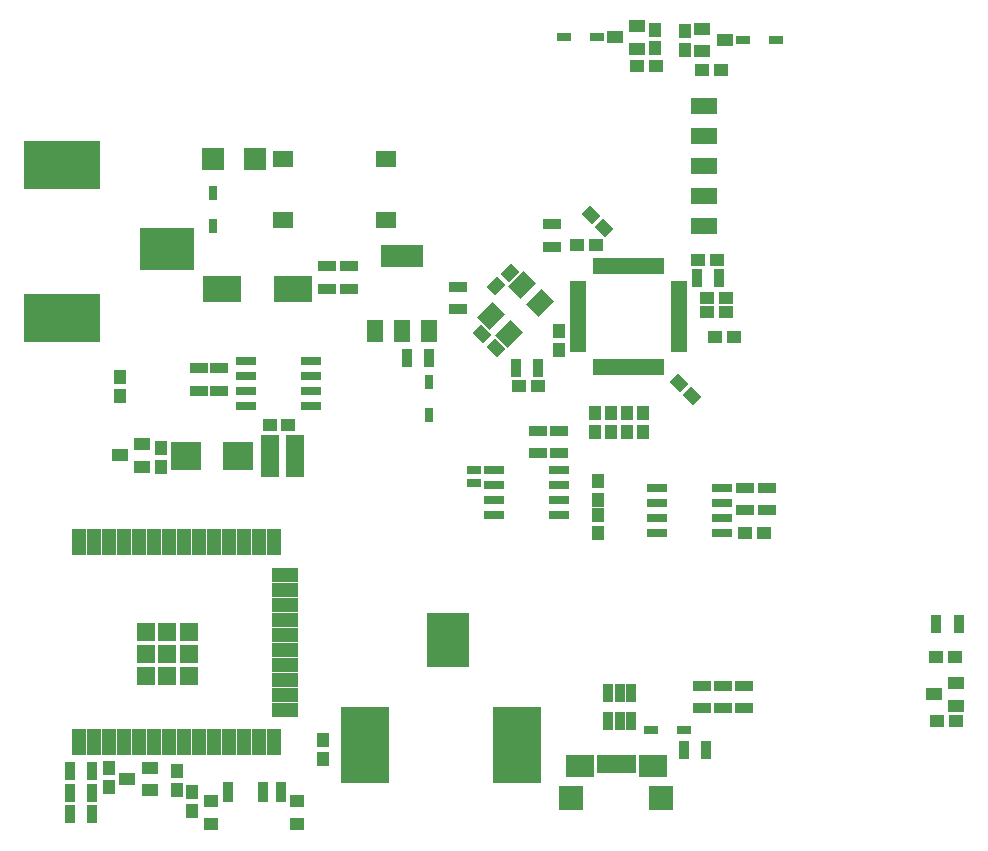
<source format=gtp>
G04*
G04 #@! TF.GenerationSoftware,Altium Limited,Altium Designer,22.10.1 (41)*
G04*
G04 Layer_Color=8421504*
%FSLAX44Y44*%
%MOMM*%
G71*
G04*
G04 #@! TF.SameCoordinates,FF558BA5-466A-4189-8B58-D4AB7027BDE0*
G04*
G04*
G04 #@! TF.FilePolarity,Positive*
G04*
G01*
G75*
%ADD21R,0.9540X1.5540*%
%ADD22R,1.2192X1.0414*%
%ADD23R,1.3540X1.0540*%
G04:AMPARAMS|DCode=24|XSize=1.0414mm|YSize=1.2192mm|CornerRadius=0mm|HoleSize=0mm|Usage=FLASHONLY|Rotation=225.000|XOffset=0mm|YOffset=0mm|HoleType=Round|Shape=Rectangle|*
%AMROTATEDRECTD24*
4,1,4,-0.0629,0.7992,0.7992,-0.0629,0.0629,-0.7992,-0.7992,0.0629,-0.0629,0.7992,0.0*
%
%ADD24ROTATEDRECTD24*%

%ADD25R,0.5540X1.4540*%
%ADD26R,1.4540X0.5540*%
%ADD27R,1.5540X0.9540*%
G04:AMPARAMS|DCode=28|XSize=1.0414mm|YSize=1.2192mm|CornerRadius=0mm|HoleSize=0mm|Usage=FLASHONLY|Rotation=315.000|XOffset=0mm|YOffset=0mm|HoleType=Round|Shape=Rectangle|*
%AMROTATEDRECTD28*
4,1,4,-0.7992,-0.0629,0.0629,0.7992,0.7992,0.0629,-0.0629,-0.7992,-0.7992,-0.0629,0.0*
%
%ADD28ROTATEDRECTD28*%

G04:AMPARAMS|DCode=29|XSize=1.854mm|YSize=1.504mm|CornerRadius=0mm|HoleSize=0mm|Usage=FLASHONLY|Rotation=225.000|XOffset=0mm|YOffset=0mm|HoleType=Round|Shape=Rectangle|*
%AMROTATEDRECTD29*
4,1,4,0.1237,1.1872,1.1872,0.1237,-0.1237,-1.1872,-1.1872,-0.1237,0.1237,1.1872,0.0*
%
%ADD29ROTATEDRECTD29*%

%ADD30R,1.0414X1.2192*%
%ADD31R,1.7540X0.7540*%
%ADD32R,1.2540X0.7540*%
%ADD33R,1.3040X0.8040*%
%ADD34R,0.8540X1.6140*%
%ADD35R,0.6540X1.6040*%
%ADD36R,2.3540X1.8540*%
%ADD37R,2.1540X2.0540*%
%ADD38R,2.2540X1.3540*%
%ADD39R,3.5540X4.6540*%
%ADD40R,4.1540X6.4540*%
%ADD41R,0.8040X1.3040*%
%ADD42R,1.4540X1.8540*%
%ADD43R,3.5540X1.8540*%
%ADD44R,1.8040X1.4540*%
%ADD45R,1.8540X1.8540*%
%ADD46R,3.2540X2.2540*%
%ADD47R,1.5540X3.6540*%
%ADD48R,2.5040X2.3740*%
%ADD49R,0.9540X1.7540*%
%ADD50R,1.2540X1.0540*%
%ADD51R,1.1540X2.2540*%
%ADD52R,2.2540X1.1540*%
%ADD53R,1.5840X1.5840*%
%ADD54R,4.6540X3.5540*%
%ADD55R,6.4540X4.1540*%
D21*
X818388Y180594D02*
D03*
X837388D02*
D03*
X615760Y474027D02*
D03*
X634759D02*
D03*
X481500Y397500D02*
D03*
X462500D02*
D03*
X604931Y74168D02*
D03*
X623931D02*
D03*
X389128Y406146D02*
D03*
X370128D02*
D03*
X104000Y56500D02*
D03*
X85000D02*
D03*
X104000Y37500D02*
D03*
X85000D02*
D03*
X104000Y19500D02*
D03*
X85000D02*
D03*
D22*
X834390Y152654D02*
D03*
X818388D02*
D03*
X835152Y98552D02*
D03*
X819150D02*
D03*
X530500Y501396D02*
D03*
X514498D02*
D03*
X616758Y489027D02*
D03*
X632760D02*
D03*
X640588Y457073D02*
D03*
X624586D02*
D03*
X640588Y444881D02*
D03*
X624586D02*
D03*
X646938Y423500D02*
D03*
X630936D02*
D03*
X481500Y382270D02*
D03*
X465498D02*
D03*
X656498Y258000D02*
D03*
X672500D02*
D03*
X636001Y650000D02*
D03*
X619999D02*
D03*
X581002Y653000D02*
D03*
X565000D02*
D03*
X270001Y349500D02*
D03*
X253999D02*
D03*
D23*
X816356Y121158D02*
D03*
X835256Y130658D02*
D03*
Y111658D02*
D03*
X639450Y675000D02*
D03*
X620550Y684500D02*
D03*
Y665500D02*
D03*
X546100Y677500D02*
D03*
X565000Y668000D02*
D03*
Y687000D02*
D03*
X127550Y323500D02*
D03*
X146450Y314000D02*
D03*
Y333000D02*
D03*
X133550Y49500D02*
D03*
X152450Y40000D02*
D03*
Y59000D02*
D03*
D24*
X537591Y516001D02*
D03*
X526276Y527316D02*
D03*
X600640Y384880D02*
D03*
X611956Y373564D02*
D03*
X445579Y414655D02*
D03*
X434264Y425970D02*
D03*
D25*
X530500Y483500D02*
D03*
X540500D02*
D03*
X545500D02*
D03*
X550500D02*
D03*
X555500D02*
D03*
X560500D02*
D03*
X565500D02*
D03*
X570500D02*
D03*
X575500D02*
D03*
X580500D02*
D03*
X585500D02*
D03*
Y398500D02*
D03*
X575500D02*
D03*
X570500D02*
D03*
X565500D02*
D03*
X560500D02*
D03*
X555500D02*
D03*
X550500D02*
D03*
X545500D02*
D03*
X540500D02*
D03*
X535500D02*
D03*
X530500D02*
D03*
X535500Y483500D02*
D03*
X580500Y398500D02*
D03*
D26*
X600500Y468500D02*
D03*
Y458500D02*
D03*
Y448500D02*
D03*
Y443500D02*
D03*
Y438500D02*
D03*
Y433500D02*
D03*
Y428500D02*
D03*
Y423500D02*
D03*
Y418500D02*
D03*
Y413500D02*
D03*
X515500D02*
D03*
Y418500D02*
D03*
Y423500D02*
D03*
Y428500D02*
D03*
Y438500D02*
D03*
Y443500D02*
D03*
Y448500D02*
D03*
Y453500D02*
D03*
Y458500D02*
D03*
Y463500D02*
D03*
Y468500D02*
D03*
X600500Y453500D02*
D03*
Y463500D02*
D03*
X515500Y433500D02*
D03*
D27*
X493268Y519024D02*
D03*
Y500024D02*
D03*
X413512Y466192D02*
D03*
Y447192D02*
D03*
X499000Y325360D02*
D03*
Y344360D02*
D03*
X481500Y325360D02*
D03*
Y344360D02*
D03*
X657000Y296000D02*
D03*
Y277000D02*
D03*
X675000Y296000D02*
D03*
Y277000D02*
D03*
X655947Y128253D02*
D03*
Y109254D02*
D03*
X637947Y128253D02*
D03*
Y109254D02*
D03*
X620447Y128253D02*
D03*
Y109254D02*
D03*
X303000Y464500D02*
D03*
Y483500D02*
D03*
X321000Y464500D02*
D03*
Y483500D02*
D03*
X193934Y378206D02*
D03*
Y397206D02*
D03*
X211582Y378206D02*
D03*
Y397206D02*
D03*
D28*
X457454Y477965D02*
D03*
X446139Y466649D02*
D03*
D29*
X467615Y467803D02*
D03*
X457009Y426084D02*
D03*
X483172Y452247D02*
D03*
X441452Y441640D02*
D03*
D30*
X570000Y343498D02*
D03*
Y359500D02*
D03*
X556500Y343498D02*
D03*
Y359500D02*
D03*
X543500Y343498D02*
D03*
Y359500D02*
D03*
X529500Y343498D02*
D03*
Y359500D02*
D03*
X499000Y428500D02*
D03*
Y412498D02*
D03*
X532003Y302133D02*
D03*
Y286131D02*
D03*
Y257429D02*
D03*
Y273431D02*
D03*
X606000Y683001D02*
D03*
Y666999D02*
D03*
X580263Y668020D02*
D03*
Y684022D02*
D03*
X127550Y373498D02*
D03*
Y389500D02*
D03*
X161798Y313944D02*
D03*
Y329946D02*
D03*
X299500Y66499D02*
D03*
Y82501D02*
D03*
X188500Y38500D02*
D03*
Y22498D02*
D03*
X175704Y40195D02*
D03*
Y56198D02*
D03*
X118000Y58501D02*
D03*
Y42499D02*
D03*
D31*
X444000Y311550D02*
D03*
Y298850D02*
D03*
Y286150D02*
D03*
X499000Y273450D02*
D03*
Y286150D02*
D03*
Y298850D02*
D03*
Y311550D02*
D03*
X444000Y273450D02*
D03*
X582000Y296050D02*
D03*
Y283350D02*
D03*
Y270650D02*
D03*
X637000Y257950D02*
D03*
Y270650D02*
D03*
Y283350D02*
D03*
Y296050D02*
D03*
X582000Y257950D02*
D03*
X234500Y365450D02*
D03*
Y378150D02*
D03*
Y403550D02*
D03*
X289500D02*
D03*
Y390850D02*
D03*
Y378150D02*
D03*
Y365450D02*
D03*
X234500Y390850D02*
D03*
D32*
X427500Y300000D02*
D03*
Y311000D02*
D03*
D33*
X604931Y91313D02*
D03*
X576931D02*
D03*
X682500Y675000D02*
D03*
X654500D02*
D03*
X503000Y677500D02*
D03*
X531000D02*
D03*
D34*
X559918Y98425D02*
D03*
X550418D02*
D03*
X540918D02*
D03*
Y121925D02*
D03*
X559918D02*
D03*
X550418D02*
D03*
D35*
X560500Y62000D02*
D03*
X554000D02*
D03*
X547500D02*
D03*
X541000D02*
D03*
X534500D02*
D03*
D36*
X516500Y60775D02*
D03*
X578500D02*
D03*
D37*
X509500Y33500D02*
D03*
X585500D02*
D03*
D38*
X621538Y517779D02*
D03*
Y543179D02*
D03*
Y568579D02*
D03*
Y593979D02*
D03*
Y619379D02*
D03*
D39*
X405500Y167500D02*
D03*
D40*
X334500Y78000D02*
D03*
X463500D02*
D03*
D41*
X389128Y385318D02*
D03*
Y357318D02*
D03*
X205994Y517876D02*
D03*
Y545876D02*
D03*
D42*
X343000Y428500D02*
D03*
X389000D02*
D03*
X366000D02*
D03*
D43*
Y492500D02*
D03*
D44*
X265000Y574550D02*
D03*
X353000D02*
D03*
Y522450D02*
D03*
X265000D02*
D03*
D45*
X206062Y574548D02*
D03*
X242062D02*
D03*
D46*
X274000Y464500D02*
D03*
X214000D02*
D03*
D47*
X254168Y322580D02*
D03*
X275168D02*
D03*
D48*
X227076D02*
D03*
X183376D02*
D03*
D49*
X218500Y38500D02*
D03*
X248500D02*
D03*
X263500D02*
D03*
D50*
X277500Y31000D02*
D03*
X204500D02*
D03*
X277500Y11000D02*
D03*
X204500D02*
D03*
D51*
X105100Y250500D02*
D03*
X117800D02*
D03*
X130500D02*
D03*
X143200D02*
D03*
X155900D02*
D03*
X168600D02*
D03*
X181300D02*
D03*
X194000D02*
D03*
X206700D02*
D03*
X219400D02*
D03*
X232100D02*
D03*
X244800D02*
D03*
X257500D02*
D03*
Y80500D02*
D03*
X244800D02*
D03*
X232100D02*
D03*
X219400D02*
D03*
X206700D02*
D03*
X194000D02*
D03*
X181300D02*
D03*
X168600D02*
D03*
X155900D02*
D03*
X143200D02*
D03*
X130500D02*
D03*
X117800D02*
D03*
X105100D02*
D03*
X92400D02*
D03*
Y250500D02*
D03*
D52*
X267500Y222650D02*
D03*
Y209950D02*
D03*
Y197250D02*
D03*
Y184550D02*
D03*
Y171850D02*
D03*
Y159150D02*
D03*
Y146450D02*
D03*
Y133750D02*
D03*
Y121050D02*
D03*
Y108350D02*
D03*
D53*
X149050Y137150D02*
D03*
Y155500D02*
D03*
Y173850D02*
D03*
X167400Y137150D02*
D03*
Y155500D02*
D03*
Y173850D02*
D03*
X185750Y137150D02*
D03*
Y155500D02*
D03*
Y173850D02*
D03*
D54*
X167500Y498000D02*
D03*
D55*
X78000Y569000D02*
D03*
Y440000D02*
D03*
M02*

</source>
